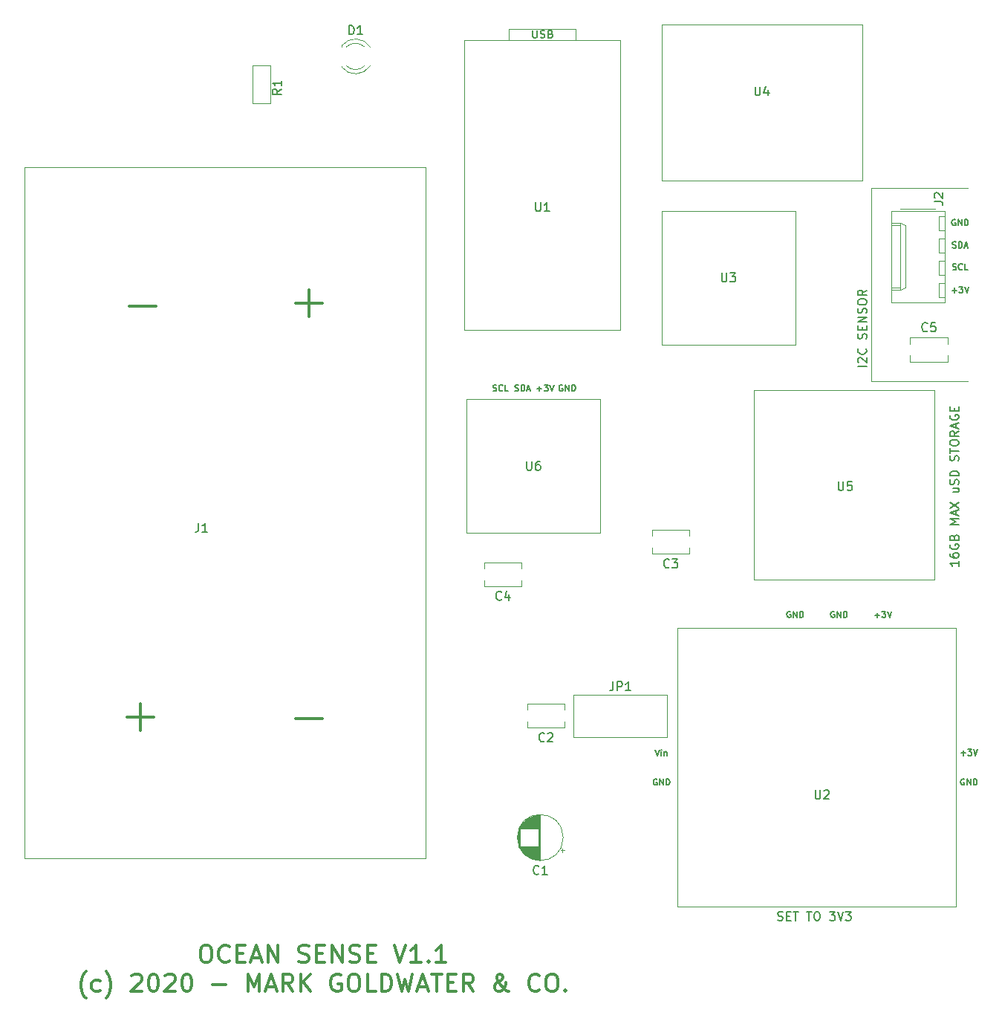
<source format=gbr>
G04 #@! TF.GenerationSoftware,KiCad,Pcbnew,(5.1.5)-3*
G04 #@! TF.CreationDate,2020-11-22T23:45:11-05:00*
G04 #@! TF.ProjectId,OceanSense,4f636561-6e53-4656-9e73-652e6b696361,rev?*
G04 #@! TF.SameCoordinates,Original*
G04 #@! TF.FileFunction,Legend,Top*
G04 #@! TF.FilePolarity,Positive*
%FSLAX46Y46*%
G04 Gerber Fmt 4.6, Leading zero omitted, Abs format (unit mm)*
G04 Created by KiCad (PCBNEW (5.1.5)-3) date 2020-11-22 23:45:11*
%MOMM*%
%LPD*%
G04 APERTURE LIST*
%ADD10C,0.150000*%
%ADD11C,0.300000*%
%ADD12C,0.120000*%
G04 APERTURE END LIST*
D10*
X62452380Y461500000D02*
X62452380Y460928571D01*
X62452380Y461214285D02*
X61452380Y461214285D01*
X61595238Y461119047D01*
X61690476Y461023809D01*
X61738095Y460928571D01*
X61452380Y462357142D02*
X61452380Y462166666D01*
X61500000Y462071428D01*
X61547619Y462023809D01*
X61690476Y461928571D01*
X61880952Y461880952D01*
X62261904Y461880952D01*
X62357142Y461928571D01*
X62404761Y461976190D01*
X62452380Y462071428D01*
X62452380Y462261904D01*
X62404761Y462357142D01*
X62357142Y462404761D01*
X62261904Y462452380D01*
X62023809Y462452380D01*
X61928571Y462404761D01*
X61880952Y462357142D01*
X61833333Y462261904D01*
X61833333Y462071428D01*
X61880952Y461976190D01*
X61928571Y461928571D01*
X62023809Y461880952D01*
X61500000Y463404761D02*
X61452380Y463309523D01*
X61452380Y463166666D01*
X61500000Y463023809D01*
X61595238Y462928571D01*
X61690476Y462880952D01*
X61880952Y462833333D01*
X62023809Y462833333D01*
X62214285Y462880952D01*
X62309523Y462928571D01*
X62404761Y463023809D01*
X62452380Y463166666D01*
X62452380Y463261904D01*
X62404761Y463404761D01*
X62357142Y463452380D01*
X62023809Y463452380D01*
X62023809Y463261904D01*
X61928571Y464214285D02*
X61976190Y464357142D01*
X62023809Y464404761D01*
X62119047Y464452380D01*
X62261904Y464452380D01*
X62357142Y464404761D01*
X62404761Y464357142D01*
X62452380Y464261904D01*
X62452380Y463880952D01*
X61452380Y463880952D01*
X61452380Y464214285D01*
X61500000Y464309523D01*
X61547619Y464357142D01*
X61642857Y464404761D01*
X61738095Y464404761D01*
X61833333Y464357142D01*
X61880952Y464309523D01*
X61928571Y464214285D01*
X61928571Y463880952D01*
X62452380Y465642857D02*
X61452380Y465642857D01*
X62166666Y465976190D01*
X61452380Y466309523D01*
X62452380Y466309523D01*
X62166666Y466738095D02*
X62166666Y467214285D01*
X62452380Y466642857D02*
X61452380Y466976190D01*
X62452380Y467309523D01*
X61452380Y467547619D02*
X62452380Y468214285D01*
X61452380Y468214285D02*
X62452380Y467547619D01*
X61785714Y469785714D02*
X62452380Y469785714D01*
X61785714Y469357142D02*
X62309523Y469357142D01*
X62404761Y469404761D01*
X62452380Y469500000D01*
X62452380Y469642857D01*
X62404761Y469738095D01*
X62357142Y469785714D01*
X62404761Y470214285D02*
X62452380Y470357142D01*
X62452380Y470595238D01*
X62404761Y470690476D01*
X62357142Y470738095D01*
X62261904Y470785714D01*
X62166666Y470785714D01*
X62071428Y470738095D01*
X62023809Y470690476D01*
X61976190Y470595238D01*
X61928571Y470404761D01*
X61880952Y470309523D01*
X61833333Y470261904D01*
X61738095Y470214285D01*
X61642857Y470214285D01*
X61547619Y470261904D01*
X61500000Y470309523D01*
X61452380Y470404761D01*
X61452380Y470642857D01*
X61500000Y470785714D01*
X62452380Y471214285D02*
X61452380Y471214285D01*
X61452380Y471452380D01*
X61500000Y471595238D01*
X61595238Y471690476D01*
X61690476Y471738095D01*
X61880952Y471785714D01*
X62023809Y471785714D01*
X62214285Y471738095D01*
X62309523Y471690476D01*
X62404761Y471595238D01*
X62452380Y471452380D01*
X62452380Y471214285D01*
X62404761Y472928571D02*
X62452380Y473071428D01*
X62452380Y473309523D01*
X62404761Y473404761D01*
X62357142Y473452380D01*
X62261904Y473500000D01*
X62166666Y473500000D01*
X62071428Y473452380D01*
X62023809Y473404761D01*
X61976190Y473309523D01*
X61928571Y473119047D01*
X61880952Y473023809D01*
X61833333Y472976190D01*
X61738095Y472928571D01*
X61642857Y472928571D01*
X61547619Y472976190D01*
X61500000Y473023809D01*
X61452380Y473119047D01*
X61452380Y473357142D01*
X61500000Y473500000D01*
X61452380Y473785714D02*
X61452380Y474357142D01*
X62452380Y474071428D02*
X61452380Y474071428D01*
X61452380Y474880952D02*
X61452380Y475071428D01*
X61500000Y475166666D01*
X61595238Y475261904D01*
X61785714Y475309523D01*
X62119047Y475309523D01*
X62309523Y475261904D01*
X62404761Y475166666D01*
X62452380Y475071428D01*
X62452380Y474880952D01*
X62404761Y474785714D01*
X62309523Y474690476D01*
X62119047Y474642857D01*
X61785714Y474642857D01*
X61595238Y474690476D01*
X61500000Y474785714D01*
X61452380Y474880952D01*
X62452380Y476309523D02*
X61976190Y475976190D01*
X62452380Y475738095D02*
X61452380Y475738095D01*
X61452380Y476119047D01*
X61500000Y476214285D01*
X61547619Y476261904D01*
X61642857Y476309523D01*
X61785714Y476309523D01*
X61880952Y476261904D01*
X61928571Y476214285D01*
X61976190Y476119047D01*
X61976190Y475738095D01*
X62166666Y476690476D02*
X62166666Y477166666D01*
X62452380Y476595238D02*
X61452380Y476928571D01*
X62452380Y477261904D01*
X61500000Y478119047D02*
X61452380Y478023809D01*
X61452380Y477880952D01*
X61500000Y477738095D01*
X61595238Y477642857D01*
X61690476Y477595238D01*
X61880952Y477547619D01*
X62023809Y477547619D01*
X62214285Y477595238D01*
X62309523Y477642857D01*
X62404761Y477738095D01*
X62452380Y477880952D01*
X62452380Y477976190D01*
X62404761Y478119047D01*
X62357142Y478166666D01*
X62023809Y478166666D01*
X62023809Y477976190D01*
X61928571Y478595238D02*
X61928571Y478928571D01*
X62452380Y479071428D02*
X62452380Y478595238D01*
X61452380Y478595238D01*
X61452380Y479071428D01*
X41833333Y420595238D02*
X41976190Y420547619D01*
X42214285Y420547619D01*
X42309523Y420595238D01*
X42357142Y420642857D01*
X42404761Y420738095D01*
X42404761Y420833333D01*
X42357142Y420928571D01*
X42309523Y420976190D01*
X42214285Y421023809D01*
X42023809Y421071428D01*
X41928571Y421119047D01*
X41880952Y421166666D01*
X41833333Y421261904D01*
X41833333Y421357142D01*
X41880952Y421452380D01*
X41928571Y421500000D01*
X42023809Y421547619D01*
X42261904Y421547619D01*
X42404761Y421500000D01*
X42833333Y421071428D02*
X43166666Y421071428D01*
X43309523Y420547619D02*
X42833333Y420547619D01*
X42833333Y421547619D01*
X43309523Y421547619D01*
X43595238Y421547619D02*
X44166666Y421547619D01*
X43880952Y420547619D02*
X43880952Y421547619D01*
X45119047Y421547619D02*
X45690476Y421547619D01*
X45404761Y420547619D02*
X45404761Y421547619D01*
X46214285Y421547619D02*
X46404761Y421547619D01*
X46500000Y421500000D01*
X46595238Y421404761D01*
X46642857Y421214285D01*
X46642857Y420880952D01*
X46595238Y420690476D01*
X46500000Y420595238D01*
X46404761Y420547619D01*
X46214285Y420547619D01*
X46119047Y420595238D01*
X46023809Y420690476D01*
X45976190Y420880952D01*
X45976190Y421214285D01*
X46023809Y421404761D01*
X46119047Y421500000D01*
X46214285Y421547619D01*
X47738095Y421547619D02*
X48357142Y421547619D01*
X48023809Y421166666D01*
X48166666Y421166666D01*
X48261904Y421119047D01*
X48309523Y421071428D01*
X48357142Y420976190D01*
X48357142Y420738095D01*
X48309523Y420642857D01*
X48261904Y420595238D01*
X48166666Y420547619D01*
X47880952Y420547619D01*
X47785714Y420595238D01*
X47738095Y420642857D01*
X48642857Y421547619D02*
X48976190Y420547619D01*
X49309523Y421547619D01*
X49547619Y421547619D02*
X50166666Y421547619D01*
X49833333Y421166666D01*
X49976190Y421166666D01*
X50071428Y421119047D01*
X50119047Y421071428D01*
X50166666Y420976190D01*
X50166666Y420738095D01*
X50119047Y420642857D01*
X50071428Y420595238D01*
X49976190Y420547619D01*
X49690476Y420547619D01*
X49595238Y420595238D01*
X49547619Y420642857D01*
D11*
X-23523809Y417745238D02*
X-23142857Y417745238D01*
X-22952380Y417650000D01*
X-22761904Y417459523D01*
X-22666666Y417078571D01*
X-22666666Y416411904D01*
X-22761904Y416030952D01*
X-22952380Y415840476D01*
X-23142857Y415745238D01*
X-23523809Y415745238D01*
X-23714285Y415840476D01*
X-23904761Y416030952D01*
X-24000000Y416411904D01*
X-24000000Y417078571D01*
X-23904761Y417459523D01*
X-23714285Y417650000D01*
X-23523809Y417745238D01*
X-20666666Y415935714D02*
X-20761904Y415840476D01*
X-21047619Y415745238D01*
X-21238095Y415745238D01*
X-21523809Y415840476D01*
X-21714285Y416030952D01*
X-21809523Y416221428D01*
X-21904761Y416602380D01*
X-21904761Y416888095D01*
X-21809523Y417269047D01*
X-21714285Y417459523D01*
X-21523809Y417650000D01*
X-21238095Y417745238D01*
X-21047619Y417745238D01*
X-20761904Y417650000D01*
X-20666666Y417554761D01*
X-19809523Y416792857D02*
X-19142857Y416792857D01*
X-18857142Y415745238D02*
X-19809523Y415745238D01*
X-19809523Y417745238D01*
X-18857142Y417745238D01*
X-18095238Y416316666D02*
X-17142857Y416316666D01*
X-18285714Y415745238D02*
X-17619047Y417745238D01*
X-16952380Y415745238D01*
X-16285714Y415745238D02*
X-16285714Y417745238D01*
X-15142857Y415745238D01*
X-15142857Y417745238D01*
X-12761904Y415840476D02*
X-12476190Y415745238D01*
X-12000000Y415745238D01*
X-11809523Y415840476D01*
X-11714285Y415935714D01*
X-11619047Y416126190D01*
X-11619047Y416316666D01*
X-11714285Y416507142D01*
X-11809523Y416602380D01*
X-12000000Y416697619D01*
X-12380952Y416792857D01*
X-12571428Y416888095D01*
X-12666666Y416983333D01*
X-12761904Y417173809D01*
X-12761904Y417364285D01*
X-12666666Y417554761D01*
X-12571428Y417650000D01*
X-12380952Y417745238D01*
X-11904761Y417745238D01*
X-11619047Y417650000D01*
X-10761904Y416792857D02*
X-10095238Y416792857D01*
X-9809523Y415745238D02*
X-10761904Y415745238D01*
X-10761904Y417745238D01*
X-9809523Y417745238D01*
X-8952380Y415745238D02*
X-8952380Y417745238D01*
X-7809523Y415745238D01*
X-7809523Y417745238D01*
X-6952380Y415840476D02*
X-6666666Y415745238D01*
X-6190476Y415745238D01*
X-6000000Y415840476D01*
X-5904761Y415935714D01*
X-5809523Y416126190D01*
X-5809523Y416316666D01*
X-5904761Y416507142D01*
X-6000000Y416602380D01*
X-6190476Y416697619D01*
X-6571428Y416792857D01*
X-6761904Y416888095D01*
X-6857142Y416983333D01*
X-6952380Y417173809D01*
X-6952380Y417364285D01*
X-6857142Y417554761D01*
X-6761904Y417650000D01*
X-6571428Y417745238D01*
X-6095238Y417745238D01*
X-5809523Y417650000D01*
X-4952380Y416792857D02*
X-4285714Y416792857D01*
X-4000000Y415745238D02*
X-4952380Y415745238D01*
X-4952380Y417745238D01*
X-4000000Y417745238D01*
X-1904761Y417745238D02*
X-1238095Y415745238D01*
X-571428Y417745238D01*
X1142857Y415745238D02*
X0Y415745238D01*
X571428Y415745238D02*
X571428Y417745238D01*
X380952Y417459523D01*
X190476Y417269047D01*
X0Y417173809D01*
X1999999Y415935714D02*
X2095238Y415840476D01*
X1999999Y415745238D01*
X1904761Y415840476D01*
X1999999Y415935714D01*
X1999999Y415745238D01*
X3999999Y415745238D02*
X2857142Y415745238D01*
X3428571Y415745238D02*
X3428571Y417745238D01*
X3238095Y417459523D01*
X3047619Y417269047D01*
X2857142Y417173809D01*
X-37047619Y411683333D02*
X-37142857Y411778571D01*
X-37333333Y412064285D01*
X-37428571Y412254761D01*
X-37523809Y412540476D01*
X-37619047Y413016666D01*
X-37619047Y413397619D01*
X-37523809Y413873809D01*
X-37428571Y414159523D01*
X-37333333Y414350000D01*
X-37142857Y414635714D01*
X-37047619Y414730952D01*
X-35428571Y412540476D02*
X-35619047Y412445238D01*
X-36000000Y412445238D01*
X-36190476Y412540476D01*
X-36285714Y412635714D01*
X-36380952Y412826190D01*
X-36380952Y413397619D01*
X-36285714Y413588095D01*
X-36190476Y413683333D01*
X-36000000Y413778571D01*
X-35619047Y413778571D01*
X-35428571Y413683333D01*
X-34761904Y411683333D02*
X-34666666Y411778571D01*
X-34476190Y412064285D01*
X-34380952Y412254761D01*
X-34285714Y412540476D01*
X-34190476Y413016666D01*
X-34190476Y413397619D01*
X-34285714Y413873809D01*
X-34380952Y414159523D01*
X-34476190Y414350000D01*
X-34666666Y414635714D01*
X-34761904Y414730952D01*
X-31809523Y414254761D02*
X-31714285Y414350000D01*
X-31523809Y414445238D01*
X-31047619Y414445238D01*
X-30857142Y414350000D01*
X-30761904Y414254761D01*
X-30666666Y414064285D01*
X-30666666Y413873809D01*
X-30761904Y413588095D01*
X-31904761Y412445238D01*
X-30666666Y412445238D01*
X-29428571Y414445238D02*
X-29238095Y414445238D01*
X-29047619Y414350000D01*
X-28952380Y414254761D01*
X-28857142Y414064285D01*
X-28761904Y413683333D01*
X-28761904Y413207142D01*
X-28857142Y412826190D01*
X-28952380Y412635714D01*
X-29047619Y412540476D01*
X-29238095Y412445238D01*
X-29428571Y412445238D01*
X-29619047Y412540476D01*
X-29714285Y412635714D01*
X-29809523Y412826190D01*
X-29904761Y413207142D01*
X-29904761Y413683333D01*
X-29809523Y414064285D01*
X-29714285Y414254761D01*
X-29619047Y414350000D01*
X-29428571Y414445238D01*
X-28000000Y414254761D02*
X-27904761Y414350000D01*
X-27714285Y414445238D01*
X-27238095Y414445238D01*
X-27047619Y414350000D01*
X-26952380Y414254761D01*
X-26857142Y414064285D01*
X-26857142Y413873809D01*
X-26952380Y413588095D01*
X-28095238Y412445238D01*
X-26857142Y412445238D01*
X-25619047Y414445238D02*
X-25428571Y414445238D01*
X-25238095Y414350000D01*
X-25142857Y414254761D01*
X-25047619Y414064285D01*
X-24952380Y413683333D01*
X-24952380Y413207142D01*
X-25047619Y412826190D01*
X-25142857Y412635714D01*
X-25238095Y412540476D01*
X-25428571Y412445238D01*
X-25619047Y412445238D01*
X-25809523Y412540476D01*
X-25904761Y412635714D01*
X-26000000Y412826190D01*
X-26095238Y413207142D01*
X-26095238Y413683333D01*
X-26000000Y414064285D01*
X-25904761Y414254761D01*
X-25809523Y414350000D01*
X-25619047Y414445238D01*
X-22571428Y413207142D02*
X-21047619Y413207142D01*
X-18571428Y412445238D02*
X-18571428Y414445238D01*
X-17904761Y413016666D01*
X-17238095Y414445238D01*
X-17238095Y412445238D01*
X-16380952Y413016666D02*
X-15428571Y413016666D01*
X-16571428Y412445238D02*
X-15904761Y414445238D01*
X-15238095Y412445238D01*
X-13428571Y412445238D02*
X-14095238Y413397619D01*
X-14571428Y412445238D02*
X-14571428Y414445238D01*
X-13809523Y414445238D01*
X-13619047Y414350000D01*
X-13523809Y414254761D01*
X-13428571Y414064285D01*
X-13428571Y413778571D01*
X-13523809Y413588095D01*
X-13619047Y413492857D01*
X-13809523Y413397619D01*
X-14571428Y413397619D01*
X-12571428Y412445238D02*
X-12571428Y414445238D01*
X-11428571Y412445238D02*
X-12285714Y413588095D01*
X-11428571Y414445238D02*
X-12571428Y413302380D01*
X-8000000Y414350000D02*
X-8190476Y414445238D01*
X-8476190Y414445238D01*
X-8761904Y414350000D01*
X-8952380Y414159523D01*
X-9047619Y413969047D01*
X-9142857Y413588095D01*
X-9142857Y413302380D01*
X-9047619Y412921428D01*
X-8952380Y412730952D01*
X-8761904Y412540476D01*
X-8476190Y412445238D01*
X-8285714Y412445238D01*
X-8000000Y412540476D01*
X-7904761Y412635714D01*
X-7904761Y413302380D01*
X-8285714Y413302380D01*
X-6666666Y414445238D02*
X-6285714Y414445238D01*
X-6095238Y414350000D01*
X-5904761Y414159523D01*
X-5809523Y413778571D01*
X-5809523Y413111904D01*
X-5904761Y412730952D01*
X-6095238Y412540476D01*
X-6285714Y412445238D01*
X-6666666Y412445238D01*
X-6857142Y412540476D01*
X-7047619Y412730952D01*
X-7142857Y413111904D01*
X-7142857Y413778571D01*
X-7047619Y414159523D01*
X-6857142Y414350000D01*
X-6666666Y414445238D01*
X-4000000Y412445238D02*
X-4952380Y412445238D01*
X-4952380Y414445238D01*
X-3333333Y412445238D02*
X-3333333Y414445238D01*
X-2857142Y414445238D01*
X-2571428Y414350000D01*
X-2380952Y414159523D01*
X-2285714Y413969047D01*
X-2190476Y413588095D01*
X-2190476Y413302380D01*
X-2285714Y412921428D01*
X-2380952Y412730952D01*
X-2571428Y412540476D01*
X-2857142Y412445238D01*
X-3333333Y412445238D01*
X-1523809Y414445238D02*
X-1047619Y412445238D01*
X-666666Y413873809D01*
X-285714Y412445238D01*
X190476Y414445238D01*
X857142Y413016666D02*
X1809523Y413016666D01*
X666666Y412445238D02*
X1333333Y414445238D01*
X1999999Y412445238D01*
X2380952Y414445238D02*
X3523809Y414445238D01*
X2952380Y412445238D02*
X2952380Y414445238D01*
X4190476Y413492857D02*
X4857142Y413492857D01*
X5142857Y412445238D02*
X4190476Y412445238D01*
X4190476Y414445238D01*
X5142857Y414445238D01*
X7142857Y412445238D02*
X6476190Y413397619D01*
X5999999Y412445238D02*
X5999999Y414445238D01*
X6761904Y414445238D01*
X6952380Y414350000D01*
X7047619Y414254761D01*
X7142857Y414064285D01*
X7142857Y413778571D01*
X7047619Y413588095D01*
X6952380Y413492857D01*
X6761904Y413397619D01*
X5999999Y413397619D01*
X11142857Y412445238D02*
X11047619Y412445238D01*
X10857142Y412540476D01*
X10571428Y412826190D01*
X10095238Y413397619D01*
X9904761Y413683333D01*
X9809523Y413969047D01*
X9809523Y414159523D01*
X9904761Y414350000D01*
X10095238Y414445238D01*
X10190476Y414445238D01*
X10380952Y414350000D01*
X10476190Y414159523D01*
X10476190Y414064285D01*
X10380952Y413873809D01*
X10285714Y413778571D01*
X9714285Y413397619D01*
X9619047Y413302380D01*
X9523809Y413111904D01*
X9523809Y412826190D01*
X9619047Y412635714D01*
X9714285Y412540476D01*
X9904761Y412445238D01*
X10190476Y412445238D01*
X10380952Y412540476D01*
X10476190Y412635714D01*
X10761904Y413016666D01*
X10857142Y413302380D01*
X10857142Y413492857D01*
X14666666Y412635714D02*
X14571428Y412540476D01*
X14285714Y412445238D01*
X14095238Y412445238D01*
X13809523Y412540476D01*
X13619047Y412730952D01*
X13523809Y412921428D01*
X13428571Y413302380D01*
X13428571Y413588095D01*
X13523809Y413969047D01*
X13619047Y414159523D01*
X13809523Y414350000D01*
X14095238Y414445238D01*
X14285714Y414445238D01*
X14571428Y414350000D01*
X14666666Y414254761D01*
X15904761Y414445238D02*
X16285714Y414445238D01*
X16476190Y414350000D01*
X16666666Y414159523D01*
X16761904Y413778571D01*
X16761904Y413111904D01*
X16666666Y412730952D01*
X16476190Y412540476D01*
X16285714Y412445238D01*
X15904761Y412445238D01*
X15714285Y412540476D01*
X15523809Y412730952D01*
X15428571Y413111904D01*
X15428571Y413778571D01*
X15523809Y414159523D01*
X15714285Y414350000D01*
X15904761Y414445238D01*
X17619047Y412635714D02*
X17714285Y412540476D01*
X17619047Y412445238D01*
X17523809Y412540476D01*
X17619047Y412635714D01*
X17619047Y412445238D01*
D10*
X51952380Y483690476D02*
X50952380Y483690476D01*
X51047619Y484119047D02*
X51000000Y484166666D01*
X50952380Y484261904D01*
X50952380Y484500000D01*
X51000000Y484595238D01*
X51047619Y484642857D01*
X51142857Y484690476D01*
X51238095Y484690476D01*
X51380952Y484642857D01*
X51952380Y484071428D01*
X51952380Y484690476D01*
X51857142Y485690476D02*
X51904761Y485642857D01*
X51952380Y485500000D01*
X51952380Y485404761D01*
X51904761Y485261904D01*
X51809523Y485166666D01*
X51714285Y485119047D01*
X51523809Y485071428D01*
X51380952Y485071428D01*
X51190476Y485119047D01*
X51095238Y485166666D01*
X51000000Y485261904D01*
X50952380Y485404761D01*
X50952380Y485500000D01*
X51000000Y485642857D01*
X51047619Y485690476D01*
X51904761Y486833333D02*
X51952380Y486976190D01*
X51952380Y487214285D01*
X51904761Y487309523D01*
X51857142Y487357142D01*
X51761904Y487404761D01*
X51666666Y487404761D01*
X51571428Y487357142D01*
X51523809Y487309523D01*
X51476190Y487214285D01*
X51428571Y487023809D01*
X51380952Y486928571D01*
X51333333Y486880952D01*
X51238095Y486833333D01*
X51142857Y486833333D01*
X51047619Y486880952D01*
X51000000Y486928571D01*
X50952380Y487023809D01*
X50952380Y487261904D01*
X51000000Y487404761D01*
X51428571Y487833333D02*
X51428571Y488166666D01*
X51952380Y488309523D02*
X51952380Y487833333D01*
X50952380Y487833333D01*
X50952380Y488309523D01*
X51952380Y488738095D02*
X50952380Y488738095D01*
X51952380Y489309523D01*
X50952380Y489309523D01*
X51904761Y489738095D02*
X51952380Y489880952D01*
X51952380Y490119047D01*
X51904761Y490214285D01*
X51857142Y490261904D01*
X51761904Y490309523D01*
X51666666Y490309523D01*
X51571428Y490261904D01*
X51523809Y490214285D01*
X51476190Y490119047D01*
X51428571Y489928571D01*
X51380952Y489833333D01*
X51333333Y489785714D01*
X51238095Y489738095D01*
X51142857Y489738095D01*
X51047619Y489785714D01*
X51000000Y489833333D01*
X50952380Y489928571D01*
X50952380Y490166666D01*
X51000000Y490309523D01*
X50952380Y490928571D02*
X50952380Y491119047D01*
X51000000Y491214285D01*
X51095238Y491309523D01*
X51285714Y491357142D01*
X51619047Y491357142D01*
X51809523Y491309523D01*
X51904761Y491214285D01*
X51952380Y491119047D01*
X51952380Y490928571D01*
X51904761Y490833333D01*
X51809523Y490738095D01*
X51619047Y490690476D01*
X51285714Y490690476D01*
X51095238Y490738095D01*
X51000000Y490833333D01*
X50952380Y490928571D01*
X51952380Y492357142D02*
X51476190Y492023809D01*
X51952380Y491785714D02*
X50952380Y491785714D01*
X50952380Y492166666D01*
X51000000Y492261904D01*
X51047619Y492309523D01*
X51142857Y492357142D01*
X51285714Y492357142D01*
X51380952Y492309523D01*
X51428571Y492261904D01*
X51476190Y492166666D01*
X51476190Y491785714D01*
D12*
X52500000Y504000000D02*
X63500000Y504000000D01*
X52500000Y482000000D02*
X52500000Y504000000D01*
X63500000Y482000000D02*
X52500000Y482000000D01*
D10*
X62700000Y439625000D02*
X63233333Y439625000D01*
X62966666Y439358333D02*
X62966666Y439891666D01*
X63500000Y440058333D02*
X63933333Y440058333D01*
X63700000Y439791666D01*
X63800000Y439791666D01*
X63866666Y439758333D01*
X63900000Y439725000D01*
X63933333Y439658333D01*
X63933333Y439491666D01*
X63900000Y439425000D01*
X63866666Y439391666D01*
X63800000Y439358333D01*
X63600000Y439358333D01*
X63533333Y439391666D01*
X63500000Y439425000D01*
X64133333Y440058333D02*
X64366666Y439358333D01*
X64600000Y440058333D01*
X63066666Y436650000D02*
X63000000Y436683333D01*
X62900000Y436683333D01*
X62800000Y436650000D01*
X62733333Y436583333D01*
X62700000Y436516666D01*
X62666666Y436383333D01*
X62666666Y436283333D01*
X62700000Y436150000D01*
X62733333Y436083333D01*
X62800000Y436016666D01*
X62900000Y435983333D01*
X62966666Y435983333D01*
X63066666Y436016666D01*
X63100000Y436050000D01*
X63100000Y436283333D01*
X62966666Y436283333D01*
X63400000Y435983333D02*
X63400000Y436683333D01*
X63800000Y435983333D01*
X63800000Y436683333D01*
X64133333Y435983333D02*
X64133333Y436683333D01*
X64300000Y436683333D01*
X64400000Y436650000D01*
X64466666Y436583333D01*
X64500000Y436516666D01*
X64533333Y436383333D01*
X64533333Y436283333D01*
X64500000Y436150000D01*
X64466666Y436083333D01*
X64400000Y436016666D01*
X64300000Y435983333D01*
X64133333Y435983333D01*
X28041666Y436650000D02*
X27975000Y436683333D01*
X27875000Y436683333D01*
X27775000Y436650000D01*
X27708333Y436583333D01*
X27675000Y436516666D01*
X27641666Y436383333D01*
X27641666Y436283333D01*
X27675000Y436150000D01*
X27708333Y436083333D01*
X27775000Y436016666D01*
X27875000Y435983333D01*
X27941666Y435983333D01*
X28041666Y436016666D01*
X28075000Y436050000D01*
X28075000Y436283333D01*
X27941666Y436283333D01*
X28375000Y435983333D02*
X28375000Y436683333D01*
X28775000Y435983333D01*
X28775000Y436683333D01*
X29108333Y435983333D02*
X29108333Y436683333D01*
X29275000Y436683333D01*
X29375000Y436650000D01*
X29441666Y436583333D01*
X29475000Y436516666D01*
X29508333Y436383333D01*
X29508333Y436283333D01*
X29475000Y436150000D01*
X29441666Y436083333D01*
X29375000Y436016666D01*
X29275000Y435983333D01*
X29108333Y435983333D01*
X27858333Y440033333D02*
X28091666Y439333333D01*
X28325000Y440033333D01*
X28558333Y439333333D02*
X28558333Y439800000D01*
X28558333Y440033333D02*
X28525000Y440000000D01*
X28558333Y439966666D01*
X28591666Y440000000D01*
X28558333Y440033333D01*
X28558333Y439966666D01*
X28891666Y439800000D02*
X28891666Y439333333D01*
X28891666Y439733333D02*
X28925000Y439766666D01*
X28991666Y439800000D01*
X29091666Y439800000D01*
X29158333Y439766666D01*
X29191666Y439700000D01*
X29191666Y439333333D01*
X52900000Y455350000D02*
X53433333Y455350000D01*
X53166666Y455083333D02*
X53166666Y455616666D01*
X53700000Y455783333D02*
X54133333Y455783333D01*
X53900000Y455516666D01*
X54000000Y455516666D01*
X54066666Y455483333D01*
X54100000Y455450000D01*
X54133333Y455383333D01*
X54133333Y455216666D01*
X54100000Y455150000D01*
X54066666Y455116666D01*
X54000000Y455083333D01*
X53800000Y455083333D01*
X53733333Y455116666D01*
X53700000Y455150000D01*
X54333333Y455783333D02*
X54566666Y455083333D01*
X54800000Y455783333D01*
X48266666Y455750000D02*
X48200000Y455783333D01*
X48100000Y455783333D01*
X48000000Y455750000D01*
X47933333Y455683333D01*
X47900000Y455616666D01*
X47866666Y455483333D01*
X47866666Y455383333D01*
X47900000Y455250000D01*
X47933333Y455183333D01*
X48000000Y455116666D01*
X48100000Y455083333D01*
X48166666Y455083333D01*
X48266666Y455116666D01*
X48300000Y455150000D01*
X48300000Y455383333D01*
X48166666Y455383333D01*
X48600000Y455083333D02*
X48600000Y455783333D01*
X49000000Y455083333D01*
X49000000Y455783333D01*
X49333333Y455083333D02*
X49333333Y455783333D01*
X49500000Y455783333D01*
X49600000Y455750000D01*
X49666666Y455683333D01*
X49700000Y455616666D01*
X49733333Y455483333D01*
X49733333Y455383333D01*
X49700000Y455250000D01*
X49666666Y455183333D01*
X49600000Y455116666D01*
X49500000Y455083333D01*
X49333333Y455083333D01*
X43266666Y455750000D02*
X43200000Y455783333D01*
X43100000Y455783333D01*
X43000000Y455750000D01*
X42933333Y455683333D01*
X42900000Y455616666D01*
X42866666Y455483333D01*
X42866666Y455383333D01*
X42900000Y455250000D01*
X42933333Y455183333D01*
X43000000Y455116666D01*
X43100000Y455083333D01*
X43166666Y455083333D01*
X43266666Y455116666D01*
X43300000Y455150000D01*
X43300000Y455383333D01*
X43166666Y455383333D01*
X43600000Y455083333D02*
X43600000Y455783333D01*
X44000000Y455083333D01*
X44000000Y455783333D01*
X44333333Y455083333D02*
X44333333Y455783333D01*
X44500000Y455783333D01*
X44600000Y455750000D01*
X44666666Y455683333D01*
X44700000Y455616666D01*
X44733333Y455483333D01*
X44733333Y455383333D01*
X44700000Y455250000D01*
X44666666Y455183333D01*
X44600000Y455116666D01*
X44500000Y455083333D01*
X44333333Y455083333D01*
X9366666Y480916666D02*
X9466666Y480883333D01*
X9633333Y480883333D01*
X9700000Y480916666D01*
X9733333Y480950000D01*
X9766666Y481016666D01*
X9766666Y481083333D01*
X9733333Y481150000D01*
X9700000Y481183333D01*
X9633333Y481216666D01*
X9500000Y481250000D01*
X9433333Y481283333D01*
X9400000Y481316666D01*
X9366666Y481383333D01*
X9366666Y481450000D01*
X9400000Y481516666D01*
X9433333Y481550000D01*
X9500000Y481583333D01*
X9666666Y481583333D01*
X9766666Y481550000D01*
X10466666Y480950000D02*
X10433333Y480916666D01*
X10333333Y480883333D01*
X10266666Y480883333D01*
X10166666Y480916666D01*
X10100000Y480983333D01*
X10066666Y481050000D01*
X10033333Y481183333D01*
X10033333Y481283333D01*
X10066666Y481416666D01*
X10100000Y481483333D01*
X10166666Y481550000D01*
X10266666Y481583333D01*
X10333333Y481583333D01*
X10433333Y481550000D01*
X10466666Y481516666D01*
X11100000Y480883333D02*
X10766666Y480883333D01*
X10766666Y481583333D01*
X11875000Y480916666D02*
X11975000Y480883333D01*
X12141666Y480883333D01*
X12208333Y480916666D01*
X12241666Y480950000D01*
X12275000Y481016666D01*
X12275000Y481083333D01*
X12241666Y481150000D01*
X12208333Y481183333D01*
X12141666Y481216666D01*
X12008333Y481250000D01*
X11941666Y481283333D01*
X11908333Y481316666D01*
X11875000Y481383333D01*
X11875000Y481450000D01*
X11908333Y481516666D01*
X11941666Y481550000D01*
X12008333Y481583333D01*
X12175000Y481583333D01*
X12275000Y481550000D01*
X12575000Y480883333D02*
X12575000Y481583333D01*
X12741666Y481583333D01*
X12841666Y481550000D01*
X12908333Y481483333D01*
X12941666Y481416666D01*
X12975000Y481283333D01*
X12975000Y481183333D01*
X12941666Y481050000D01*
X12908333Y480983333D01*
X12841666Y480916666D01*
X12741666Y480883333D01*
X12575000Y480883333D01*
X13241666Y481083333D02*
X13575000Y481083333D01*
X13175000Y480883333D02*
X13408333Y481583333D01*
X13641666Y480883333D01*
X14400000Y481150000D02*
X14933333Y481150000D01*
X14666666Y480883333D02*
X14666666Y481416666D01*
X15200000Y481583333D02*
X15633333Y481583333D01*
X15400000Y481316666D01*
X15500000Y481316666D01*
X15566666Y481283333D01*
X15600000Y481250000D01*
X15633333Y481183333D01*
X15633333Y481016666D01*
X15600000Y480950000D01*
X15566666Y480916666D01*
X15500000Y480883333D01*
X15300000Y480883333D01*
X15233333Y480916666D01*
X15200000Y480950000D01*
X15833333Y481583333D02*
X16066666Y480883333D01*
X16300000Y481583333D01*
X17291666Y481550000D02*
X17225000Y481583333D01*
X17125000Y481583333D01*
X17025000Y481550000D01*
X16958333Y481483333D01*
X16925000Y481416666D01*
X16891666Y481283333D01*
X16891666Y481183333D01*
X16925000Y481050000D01*
X16958333Y480983333D01*
X17025000Y480916666D01*
X17125000Y480883333D01*
X17191666Y480883333D01*
X17291666Y480916666D01*
X17325000Y480950000D01*
X17325000Y481183333D01*
X17191666Y481183333D01*
X17625000Y480883333D02*
X17625000Y481583333D01*
X18025000Y480883333D01*
X18025000Y481583333D01*
X18358333Y480883333D02*
X18358333Y481583333D01*
X18525000Y481583333D01*
X18625000Y481550000D01*
X18691666Y481483333D01*
X18725000Y481416666D01*
X18758333Y481283333D01*
X18758333Y481183333D01*
X18725000Y481050000D01*
X18691666Y480983333D01*
X18625000Y480916666D01*
X18525000Y480883333D01*
X18358333Y480883333D01*
D11*
X-32123809Y490514285D02*
X-29076190Y490514285D01*
X-13123809Y443514285D02*
X-10076190Y443514285D01*
X-32323809Y443714285D02*
X-29276190Y443714285D01*
X-30800000Y442190476D02*
X-30800000Y445238095D01*
X-13123809Y490914285D02*
X-10076190Y490914285D01*
X-11600000Y489390476D02*
X-11600000Y492438095D01*
D10*
X61700000Y492350000D02*
X62233333Y492350000D01*
X61966666Y492083333D02*
X61966666Y492616666D01*
X62500000Y492783333D02*
X62933333Y492783333D01*
X62700000Y492516666D01*
X62800000Y492516666D01*
X62866666Y492483333D01*
X62900000Y492450000D01*
X62933333Y492383333D01*
X62933333Y492216666D01*
X62900000Y492150000D01*
X62866666Y492116666D01*
X62800000Y492083333D01*
X62600000Y492083333D01*
X62533333Y492116666D01*
X62500000Y492150000D01*
X63133333Y492783333D02*
X63366666Y492083333D01*
X63600000Y492783333D01*
X61750000Y497216666D02*
X61850000Y497183333D01*
X62016666Y497183333D01*
X62083333Y497216666D01*
X62116666Y497250000D01*
X62150000Y497316666D01*
X62150000Y497383333D01*
X62116666Y497450000D01*
X62083333Y497483333D01*
X62016666Y497516666D01*
X61883333Y497550000D01*
X61816666Y497583333D01*
X61783333Y497616666D01*
X61750000Y497683333D01*
X61750000Y497750000D01*
X61783333Y497816666D01*
X61816666Y497850000D01*
X61883333Y497883333D01*
X62050000Y497883333D01*
X62150000Y497850000D01*
X62450000Y497183333D02*
X62450000Y497883333D01*
X62616666Y497883333D01*
X62716666Y497850000D01*
X62783333Y497783333D01*
X62816666Y497716666D01*
X62850000Y497583333D01*
X62850000Y497483333D01*
X62816666Y497350000D01*
X62783333Y497283333D01*
X62716666Y497216666D01*
X62616666Y497183333D01*
X62450000Y497183333D01*
X63116666Y497383333D02*
X63450000Y497383333D01*
X63050000Y497183333D02*
X63283333Y497883333D01*
X63516666Y497183333D01*
X61766666Y494716666D02*
X61866666Y494683333D01*
X62033333Y494683333D01*
X62100000Y494716666D01*
X62133333Y494750000D01*
X62166666Y494816666D01*
X62166666Y494883333D01*
X62133333Y494950000D01*
X62100000Y494983333D01*
X62033333Y495016666D01*
X61900000Y495050000D01*
X61833333Y495083333D01*
X61800000Y495116666D01*
X61766666Y495183333D01*
X61766666Y495250000D01*
X61800000Y495316666D01*
X61833333Y495350000D01*
X61900000Y495383333D01*
X62066666Y495383333D01*
X62166666Y495350000D01*
X62866666Y494750000D02*
X62833333Y494716666D01*
X62733333Y494683333D01*
X62666666Y494683333D01*
X62566666Y494716666D01*
X62500000Y494783333D01*
X62466666Y494850000D01*
X62433333Y494983333D01*
X62433333Y495083333D01*
X62466666Y495216666D01*
X62500000Y495283333D01*
X62566666Y495350000D01*
X62666666Y495383333D01*
X62733333Y495383333D01*
X62833333Y495350000D01*
X62866666Y495316666D01*
X63500000Y494683333D02*
X63166666Y494683333D01*
X63166666Y495383333D01*
X62066666Y500400000D02*
X62000000Y500433333D01*
X61900000Y500433333D01*
X61800000Y500400000D01*
X61733333Y500333333D01*
X61700000Y500266666D01*
X61666666Y500133333D01*
X61666666Y500033333D01*
X61700000Y499900000D01*
X61733333Y499833333D01*
X61800000Y499766666D01*
X61900000Y499733333D01*
X61966666Y499733333D01*
X62066666Y499766666D01*
X62100000Y499800000D01*
X62100000Y500033333D01*
X61966666Y500033333D01*
X62400000Y499733333D02*
X62400000Y500433333D01*
X62800000Y499733333D01*
X62800000Y500433333D01*
X63133333Y499733333D02*
X63133333Y500433333D01*
X63300000Y500433333D01*
X63400000Y500400000D01*
X63466666Y500333333D01*
X63500000Y500266666D01*
X63533333Y500133333D01*
X63533333Y500033333D01*
X63500000Y499900000D01*
X63466666Y499833333D01*
X63400000Y499766666D01*
X63300000Y499733333D01*
X63133333Y499733333D01*
D12*
X18511000Y446237200D02*
X29179000Y446237200D01*
X29179000Y441462000D02*
X29179000Y446237200D01*
X18511000Y441462000D02*
X18511000Y446237200D01*
X18511000Y441462000D02*
X29179000Y441462000D01*
X39116000Y480949000D02*
X39116000Y459359000D01*
X39370000Y480949000D02*
X39116000Y480949000D01*
X59690000Y480949000D02*
X39370000Y480949000D01*
X39370000Y459359000D02*
X39116000Y459359000D01*
X59690000Y459359000D02*
X39370000Y459359000D01*
X59690000Y480949000D02*
X59690000Y459359000D01*
X-44048000Y427630000D02*
X-44048000Y506370000D01*
X1672000Y427630000D02*
X-44048000Y427630000D01*
X1672000Y506370000D02*
X1672000Y427630000D01*
X-44048000Y506370000D02*
X1672000Y506370000D01*
X18810000Y522145000D02*
X18810000Y520875000D01*
X11190000Y522145000D02*
X18810000Y522145000D01*
X11190000Y520875000D02*
X11190000Y522145000D01*
X6110000Y520875000D02*
X6110000Y487855000D01*
X23890000Y520875000D02*
X6110000Y520875000D01*
X23890000Y487855000D02*
X23890000Y520875000D01*
X6110000Y487855000D02*
X23890000Y487855000D01*
X51430000Y522620000D02*
X28570000Y522620000D01*
X51430000Y507380000D02*
X51430000Y522620000D01*
X28570000Y522620000D02*
X28570000Y521350000D01*
X28570000Y507380000D02*
X28570000Y521350000D01*
X51430000Y504840000D02*
X51430000Y507380000D01*
X31110000Y504840000D02*
X51430000Y504840000D01*
X28570000Y504840000D02*
X31110000Y504840000D01*
X28570000Y507380000D02*
X28570000Y504840000D01*
X28575000Y501396000D02*
X43815000Y501396000D01*
X28575000Y486156000D02*
X28575000Y501396000D01*
X43815000Y486156000D02*
X28575000Y486156000D01*
X43815000Y501396000D02*
X43815000Y486156000D01*
X6350000Y479933000D02*
X21590000Y479933000D01*
X6350000Y464693000D02*
X6350000Y479933000D01*
X21590000Y464693000D02*
X6350000Y464693000D01*
X21590000Y479933000D02*
X21590000Y464693000D01*
X62103000Y422148000D02*
X62103000Y453898000D01*
X30353000Y422148000D02*
X62103000Y422148000D01*
X30353000Y423418000D02*
X30353000Y422148000D01*
X30353000Y453898000D02*
X30353000Y423418000D01*
X60833000Y453898000D02*
X62103000Y453898000D01*
X30353000Y453898000D02*
X60833000Y453898000D01*
X61170000Y484935000D02*
X61170000Y484230000D01*
X61170000Y486970000D02*
X61170000Y486265000D01*
X56930000Y484935000D02*
X56930000Y484230000D01*
X56930000Y486970000D02*
X56930000Y486265000D01*
X56930000Y484230000D02*
X61170000Y484230000D01*
X56930000Y486970000D02*
X61170000Y486970000D01*
X60230000Y491580000D02*
X60830000Y491580000D01*
X60230000Y493180000D02*
X60230000Y491580000D01*
X60830000Y493180000D02*
X60230000Y493180000D01*
X60230000Y494120000D02*
X60830000Y494120000D01*
X60230000Y495720000D02*
X60230000Y494120000D01*
X60830000Y495720000D02*
X60230000Y495720000D01*
X60230000Y496660000D02*
X60830000Y496660000D01*
X60230000Y498260000D02*
X60230000Y496660000D01*
X60830000Y498260000D02*
X60230000Y498260000D01*
X60230000Y499200000D02*
X60830000Y499200000D01*
X60230000Y500800000D02*
X60230000Y499200000D01*
X60830000Y500800000D02*
X60230000Y500800000D01*
X54810000Y492630000D02*
X55810000Y492630000D01*
X54810000Y499750000D02*
X55810000Y499750000D01*
X56340000Y492630000D02*
X55810000Y492380000D01*
X56340000Y499750000D02*
X56340000Y492630000D01*
X55810000Y500000000D02*
X56340000Y499750000D01*
X55810000Y492380000D02*
X54810000Y492380000D01*
X55810000Y500000000D02*
X55810000Y492380000D01*
X54810000Y500000000D02*
X55810000Y500000000D01*
X59800000Y501670000D02*
X55800000Y501670000D01*
X60830000Y491000000D02*
X60830000Y501380000D01*
X54810000Y491000000D02*
X60830000Y491000000D01*
X54810000Y501380000D02*
X54810000Y491000000D01*
X60830000Y501380000D02*
X54810000Y501380000D01*
X-18016000Y517984000D02*
X-15984000Y517984000D01*
X-18016000Y513666000D02*
X-18016000Y517984000D01*
X-15984000Y513666000D02*
X-18016000Y513666000D01*
X-15984000Y517984000D02*
X-15984000Y513666000D01*
X-7865000Y517920000D02*
X-7865000Y517764000D01*
X-7865000Y520236000D02*
X-7865000Y520080000D01*
X-5263870Y517920163D02*
G75*
G02X-7345961Y517920000I-1041130J1079837D01*
G01*
X-5263870Y520079837D02*
G75*
G03X-7345961Y520080000I-1041130J-1079837D01*
G01*
X-4632665Y517921392D02*
G75*
G02X-7865000Y517764484I-1672335J1078608D01*
G01*
X-4632665Y520078608D02*
G75*
G03X-7865000Y520235516I-1672335J-1078608D01*
G01*
X17370000Y430000000D02*
G75*
G03X17370000Y430000000I-2620000J0D01*
G01*
X14750000Y427420000D02*
X14750000Y432580000D01*
X14710000Y427420000D02*
X14710000Y432580000D01*
X14670000Y427421000D02*
X14670000Y432579000D01*
X14630000Y427422000D02*
X14630000Y432578000D01*
X14590000Y427424000D02*
X14590000Y432576000D01*
X14550000Y427427000D02*
X14550000Y432573000D01*
X14510000Y427431000D02*
X14510000Y428960000D01*
X14510000Y431040000D02*
X14510000Y432569000D01*
X14470000Y427435000D02*
X14470000Y428960000D01*
X14470000Y431040000D02*
X14470000Y432565000D01*
X14430000Y427439000D02*
X14430000Y428960000D01*
X14430000Y431040000D02*
X14430000Y432561000D01*
X14390000Y427444000D02*
X14390000Y428960000D01*
X14390000Y431040000D02*
X14390000Y432556000D01*
X14350000Y427450000D02*
X14350000Y428960000D01*
X14350000Y431040000D02*
X14350000Y432550000D01*
X14310000Y427457000D02*
X14310000Y428960000D01*
X14310000Y431040000D02*
X14310000Y432543000D01*
X14270000Y427464000D02*
X14270000Y428960000D01*
X14270000Y431040000D02*
X14270000Y432536000D01*
X14230000Y427472000D02*
X14230000Y428960000D01*
X14230000Y431040000D02*
X14230000Y432528000D01*
X14190000Y427480000D02*
X14190000Y428960000D01*
X14190000Y431040000D02*
X14190000Y432520000D01*
X14150000Y427489000D02*
X14150000Y428960000D01*
X14150000Y431040000D02*
X14150000Y432511000D01*
X14110000Y427499000D02*
X14110000Y428960000D01*
X14110000Y431040000D02*
X14110000Y432501000D01*
X14070000Y427509000D02*
X14070000Y428960000D01*
X14070000Y431040000D02*
X14070000Y432491000D01*
X14029000Y427520000D02*
X14029000Y428960000D01*
X14029000Y431040000D02*
X14029000Y432480000D01*
X13989000Y427532000D02*
X13989000Y428960000D01*
X13989000Y431040000D02*
X13989000Y432468000D01*
X13949000Y427545000D02*
X13949000Y428960000D01*
X13949000Y431040000D02*
X13949000Y432455000D01*
X13909000Y427558000D02*
X13909000Y428960000D01*
X13909000Y431040000D02*
X13909000Y432442000D01*
X13869000Y427572000D02*
X13869000Y428960000D01*
X13869000Y431040000D02*
X13869000Y432428000D01*
X13829000Y427586000D02*
X13829000Y428960000D01*
X13829000Y431040000D02*
X13829000Y432414000D01*
X13789000Y427602000D02*
X13789000Y428960000D01*
X13789000Y431040000D02*
X13789000Y432398000D01*
X13749000Y427618000D02*
X13749000Y428960000D01*
X13749000Y431040000D02*
X13749000Y432382000D01*
X13709000Y427635000D02*
X13709000Y428960000D01*
X13709000Y431040000D02*
X13709000Y432365000D01*
X13669000Y427652000D02*
X13669000Y428960000D01*
X13669000Y431040000D02*
X13669000Y432348000D01*
X13629000Y427671000D02*
X13629000Y428960000D01*
X13629000Y431040000D02*
X13629000Y432329000D01*
X13589000Y427690000D02*
X13589000Y428960000D01*
X13589000Y431040000D02*
X13589000Y432310000D01*
X13549000Y427710000D02*
X13549000Y428960000D01*
X13549000Y431040000D02*
X13549000Y432290000D01*
X13509000Y427732000D02*
X13509000Y428960000D01*
X13509000Y431040000D02*
X13509000Y432268000D01*
X13469000Y427753000D02*
X13469000Y428960000D01*
X13469000Y431040000D02*
X13469000Y432247000D01*
X13429000Y427776000D02*
X13429000Y428960000D01*
X13429000Y431040000D02*
X13429000Y432224000D01*
X13389000Y427800000D02*
X13389000Y428960000D01*
X13389000Y431040000D02*
X13389000Y432200000D01*
X13349000Y427825000D02*
X13349000Y428960000D01*
X13349000Y431040000D02*
X13349000Y432175000D01*
X13309000Y427851000D02*
X13309000Y428960000D01*
X13309000Y431040000D02*
X13309000Y432149000D01*
X13269000Y427878000D02*
X13269000Y428960000D01*
X13269000Y431040000D02*
X13269000Y432122000D01*
X13229000Y427905000D02*
X13229000Y428960000D01*
X13229000Y431040000D02*
X13229000Y432095000D01*
X13189000Y427935000D02*
X13189000Y428960000D01*
X13189000Y431040000D02*
X13189000Y432065000D01*
X13149000Y427965000D02*
X13149000Y428960000D01*
X13149000Y431040000D02*
X13149000Y432035000D01*
X13109000Y427996000D02*
X13109000Y428960000D01*
X13109000Y431040000D02*
X13109000Y432004000D01*
X13069000Y428029000D02*
X13069000Y428960000D01*
X13069000Y431040000D02*
X13069000Y431971000D01*
X13029000Y428063000D02*
X13029000Y428960000D01*
X13029000Y431040000D02*
X13029000Y431937000D01*
X12989000Y428099000D02*
X12989000Y428960000D01*
X12989000Y431040000D02*
X12989000Y431901000D01*
X12949000Y428136000D02*
X12949000Y428960000D01*
X12949000Y431040000D02*
X12949000Y431864000D01*
X12909000Y428174000D02*
X12909000Y428960000D01*
X12909000Y431040000D02*
X12909000Y431826000D01*
X12869000Y428215000D02*
X12869000Y428960000D01*
X12869000Y431040000D02*
X12869000Y431785000D01*
X12829000Y428257000D02*
X12829000Y428960000D01*
X12829000Y431040000D02*
X12829000Y431743000D01*
X12789000Y428301000D02*
X12789000Y428960000D01*
X12789000Y431040000D02*
X12789000Y431699000D01*
X12749000Y428347000D02*
X12749000Y428960000D01*
X12749000Y431040000D02*
X12749000Y431653000D01*
X12709000Y428395000D02*
X12709000Y428960000D01*
X12709000Y431040000D02*
X12709000Y431605000D01*
X12669000Y428446000D02*
X12669000Y428960000D01*
X12669000Y431040000D02*
X12669000Y431554000D01*
X12629000Y428500000D02*
X12629000Y428960000D01*
X12629000Y431040000D02*
X12629000Y431500000D01*
X12589000Y428557000D02*
X12589000Y428960000D01*
X12589000Y431040000D02*
X12589000Y431443000D01*
X12549000Y428617000D02*
X12549000Y428960000D01*
X12549000Y431040000D02*
X12549000Y431383000D01*
X12509000Y428681000D02*
X12509000Y428960000D01*
X12509000Y431040000D02*
X12509000Y431319000D01*
X12469000Y428749000D02*
X12469000Y428960000D01*
X12469000Y431040000D02*
X12469000Y431251000D01*
X12429000Y428822000D02*
X12429000Y431178000D01*
X12389000Y428902000D02*
X12389000Y431098000D01*
X12349000Y428989000D02*
X12349000Y431011000D01*
X12309000Y429085000D02*
X12309000Y430915000D01*
X12269000Y429195000D02*
X12269000Y430805000D01*
X12229000Y429323000D02*
X12229000Y430677000D01*
X12189000Y429482000D02*
X12189000Y430518000D01*
X12149000Y429716000D02*
X12149000Y430284000D01*
X17554775Y428525000D02*
X17054775Y428525000D01*
X17304775Y428275000D02*
X17304775Y428775000D01*
X17507000Y442495000D02*
X13267000Y442495000D01*
X17507000Y445235000D02*
X13267000Y445235000D01*
X17507000Y442495000D02*
X17507000Y443200000D01*
X17507000Y444530000D02*
X17507000Y445235000D01*
X13267000Y442495000D02*
X13267000Y443200000D01*
X13267000Y444530000D02*
X13267000Y445235000D01*
X27491000Y464342000D02*
X27491000Y465047000D01*
X27491000Y462307000D02*
X27491000Y463012000D01*
X31731000Y464342000D02*
X31731000Y465047000D01*
X31731000Y462307000D02*
X31731000Y463012000D01*
X31731000Y465047000D02*
X27491000Y465047000D01*
X31731000Y462307000D02*
X27491000Y462307000D01*
X12620000Y458630000D02*
X8380000Y458630000D01*
X12620000Y461370000D02*
X8380000Y461370000D01*
X12620000Y458630000D02*
X12620000Y459335000D01*
X12620000Y460665000D02*
X12620000Y461370000D01*
X8380000Y458630000D02*
X8380000Y459335000D01*
X8380000Y460665000D02*
X8380000Y461370000D01*
D10*
X23056666Y447747619D02*
X23056666Y447033333D01*
X23009047Y446890476D01*
X22913809Y446795238D01*
X22770952Y446747619D01*
X22675714Y446747619D01*
X23532857Y446747619D02*
X23532857Y447747619D01*
X23913809Y447747619D01*
X24009047Y447700000D01*
X24056666Y447652380D01*
X24104285Y447557142D01*
X24104285Y447414285D01*
X24056666Y447319047D01*
X24009047Y447271428D01*
X23913809Y447223809D01*
X23532857Y447223809D01*
X25056666Y446747619D02*
X24485238Y446747619D01*
X24770952Y446747619D02*
X24770952Y447747619D01*
X24675714Y447604761D01*
X24580476Y447509523D01*
X24485238Y447461904D01*
X48738095Y470547619D02*
X48738095Y469738095D01*
X48785714Y469642857D01*
X48833333Y469595238D01*
X48928571Y469547619D01*
X49119047Y469547619D01*
X49214285Y469595238D01*
X49261904Y469642857D01*
X49309523Y469738095D01*
X49309523Y470547619D01*
X50261904Y470547619D02*
X49785714Y470547619D01*
X49738095Y470071428D01*
X49785714Y470119047D01*
X49880952Y470166666D01*
X50119047Y470166666D01*
X50214285Y470119047D01*
X50261904Y470071428D01*
X50309523Y469976190D01*
X50309523Y469738095D01*
X50261904Y469642857D01*
X50214285Y469595238D01*
X50119047Y469547619D01*
X49880952Y469547619D01*
X49785714Y469595238D01*
X49738095Y469642857D01*
X-24188333Y465814619D02*
X-24188333Y465100333D01*
X-24235952Y464957476D01*
X-24331190Y464862238D01*
X-24474047Y464814619D01*
X-24569285Y464814619D01*
X-23188333Y464814619D02*
X-23759761Y464814619D01*
X-23474047Y464814619D02*
X-23474047Y465814619D01*
X-23569285Y465671761D01*
X-23664523Y465576523D01*
X-23759761Y465528904D01*
X14238095Y502372619D02*
X14238095Y501563095D01*
X14285714Y501467857D01*
X14333333Y501420238D01*
X14428571Y501372619D01*
X14619047Y501372619D01*
X14714285Y501420238D01*
X14761904Y501467857D01*
X14809523Y501563095D01*
X14809523Y502372619D01*
X15809523Y501372619D02*
X15238095Y501372619D01*
X15523809Y501372619D02*
X15523809Y502372619D01*
X15428571Y502229761D01*
X15333333Y502134523D01*
X15238095Y502086904D01*
X13910219Y521982923D02*
X13910219Y521283819D01*
X13951342Y521201571D01*
X13992466Y521160447D01*
X14074714Y521119323D01*
X14239209Y521119323D01*
X14321457Y521160447D01*
X14362580Y521201571D01*
X14403704Y521283819D01*
X14403704Y521982923D01*
X14773819Y521160447D02*
X14897190Y521119323D01*
X15102809Y521119323D01*
X15185057Y521160447D01*
X15226180Y521201571D01*
X15267304Y521283819D01*
X15267304Y521366066D01*
X15226180Y521448314D01*
X15185057Y521489438D01*
X15102809Y521530561D01*
X14938314Y521571685D01*
X14856066Y521612809D01*
X14814942Y521653933D01*
X14773819Y521736180D01*
X14773819Y521818428D01*
X14814942Y521900676D01*
X14856066Y521941800D01*
X14938314Y521982923D01*
X15143933Y521982923D01*
X15267304Y521941800D01*
X15925285Y521571685D02*
X16048657Y521530561D01*
X16089780Y521489438D01*
X16130904Y521407190D01*
X16130904Y521283819D01*
X16089780Y521201571D01*
X16048657Y521160447D01*
X15966409Y521119323D01*
X15637419Y521119323D01*
X15637419Y521982923D01*
X15925285Y521982923D01*
X16007533Y521941800D01*
X16048657Y521900676D01*
X16089780Y521818428D01*
X16089780Y521736180D01*
X16048657Y521653933D01*
X16007533Y521612809D01*
X15925285Y521571685D01*
X15637419Y521571685D01*
X39238095Y515547619D02*
X39238095Y514738095D01*
X39285714Y514642857D01*
X39333333Y514595238D01*
X39428571Y514547619D01*
X39619047Y514547619D01*
X39714285Y514595238D01*
X39761904Y514642857D01*
X39809523Y514738095D01*
X39809523Y515547619D01*
X40714285Y515214285D02*
X40714285Y514547619D01*
X40476190Y515595238D02*
X40238095Y514880952D01*
X40857142Y514880952D01*
X35433095Y494323619D02*
X35433095Y493514095D01*
X35480714Y493418857D01*
X35528333Y493371238D01*
X35623571Y493323619D01*
X35814047Y493323619D01*
X35909285Y493371238D01*
X35956904Y493418857D01*
X36004523Y493514095D01*
X36004523Y494323619D01*
X36385476Y494323619D02*
X37004523Y494323619D01*
X36671190Y493942666D01*
X36814047Y493942666D01*
X36909285Y493895047D01*
X36956904Y493847428D01*
X37004523Y493752190D01*
X37004523Y493514095D01*
X36956904Y493418857D01*
X36909285Y493371238D01*
X36814047Y493323619D01*
X36528333Y493323619D01*
X36433095Y493371238D01*
X36385476Y493418857D01*
X13208095Y472860619D02*
X13208095Y472051095D01*
X13255714Y471955857D01*
X13303333Y471908238D01*
X13398571Y471860619D01*
X13589047Y471860619D01*
X13684285Y471908238D01*
X13731904Y471955857D01*
X13779523Y472051095D01*
X13779523Y472860619D01*
X14684285Y472860619D02*
X14493809Y472860619D01*
X14398571Y472813000D01*
X14350952Y472765380D01*
X14255714Y472622523D01*
X14208095Y472432047D01*
X14208095Y472051095D01*
X14255714Y471955857D01*
X14303333Y471908238D01*
X14398571Y471860619D01*
X14589047Y471860619D01*
X14684285Y471908238D01*
X14731904Y471955857D01*
X14779523Y472051095D01*
X14779523Y472289190D01*
X14731904Y472384428D01*
X14684285Y472432047D01*
X14589047Y472479666D01*
X14398571Y472479666D01*
X14303333Y472432047D01*
X14255714Y472384428D01*
X14208095Y472289190D01*
X46101095Y435395619D02*
X46101095Y434586095D01*
X46148714Y434490857D01*
X46196333Y434443238D01*
X46291571Y434395619D01*
X46482047Y434395619D01*
X46577285Y434443238D01*
X46624904Y434490857D01*
X46672523Y434586095D01*
X46672523Y435395619D01*
X47101095Y435300380D02*
X47148714Y435348000D01*
X47243952Y435395619D01*
X47482047Y435395619D01*
X47577285Y435348000D01*
X47624904Y435300380D01*
X47672523Y435205142D01*
X47672523Y435109904D01*
X47624904Y434967047D01*
X47053476Y434395619D01*
X47672523Y434395619D01*
X58883333Y487742857D02*
X58835714Y487695238D01*
X58692857Y487647619D01*
X58597619Y487647619D01*
X58454761Y487695238D01*
X58359523Y487790476D01*
X58311904Y487885714D01*
X58264285Y488076190D01*
X58264285Y488219047D01*
X58311904Y488409523D01*
X58359523Y488504761D01*
X58454761Y488600000D01*
X58597619Y488647619D01*
X58692857Y488647619D01*
X58835714Y488600000D01*
X58883333Y488552380D01*
X59788095Y488647619D02*
X59311904Y488647619D01*
X59264285Y488171428D01*
X59311904Y488219047D01*
X59407142Y488266666D01*
X59645238Y488266666D01*
X59740476Y488219047D01*
X59788095Y488171428D01*
X59835714Y488076190D01*
X59835714Y487838095D01*
X59788095Y487742857D01*
X59740476Y487695238D01*
X59645238Y487647619D01*
X59407142Y487647619D01*
X59311904Y487695238D01*
X59264285Y487742857D01*
X59652380Y502466666D02*
X60366666Y502466666D01*
X60509523Y502419047D01*
X60604761Y502323809D01*
X60652380Y502180952D01*
X60652380Y502085714D01*
X59747619Y502895238D02*
X59700000Y502942857D01*
X59652380Y503038095D01*
X59652380Y503276190D01*
X59700000Y503371428D01*
X59747619Y503419047D01*
X59842857Y503466666D01*
X59938095Y503466666D01*
X60080952Y503419047D01*
X60652380Y502847619D01*
X60652380Y503466666D01*
X-14769619Y515277333D02*
X-15245809Y514944000D01*
X-14769619Y514705904D02*
X-15769619Y514705904D01*
X-15769619Y515086857D01*
X-15722000Y515182095D01*
X-15674380Y515229714D01*
X-15579142Y515277333D01*
X-15436285Y515277333D01*
X-15341047Y515229714D01*
X-15293428Y515182095D01*
X-15245809Y515086857D01*
X-15245809Y514705904D01*
X-14769619Y516229714D02*
X-14769619Y515658285D01*
X-14769619Y515944000D02*
X-15769619Y515944000D01*
X-15626761Y515848761D01*
X-15531523Y515753523D01*
X-15483904Y515658285D01*
X-7043095Y521507619D02*
X-7043095Y522507619D01*
X-6805000Y522507619D01*
X-6662142Y522460000D01*
X-6566904Y522364761D01*
X-6519285Y522269523D01*
X-6471666Y522079047D01*
X-6471666Y521936190D01*
X-6519285Y521745714D01*
X-6566904Y521650476D01*
X-6662142Y521555238D01*
X-6805000Y521507619D01*
X-7043095Y521507619D01*
X-5519285Y521507619D02*
X-6090714Y521507619D01*
X-5805000Y521507619D02*
X-5805000Y522507619D01*
X-5900238Y522364761D01*
X-5995476Y522269523D01*
X-6090714Y522221904D01*
X14583333Y425892857D02*
X14535714Y425845238D01*
X14392857Y425797619D01*
X14297619Y425797619D01*
X14154761Y425845238D01*
X14059523Y425940476D01*
X14011904Y426035714D01*
X13964285Y426226190D01*
X13964285Y426369047D01*
X14011904Y426559523D01*
X14059523Y426654761D01*
X14154761Y426750000D01*
X14297619Y426797619D01*
X14392857Y426797619D01*
X14535714Y426750000D01*
X14583333Y426702380D01*
X15535714Y425797619D02*
X14964285Y425797619D01*
X15250000Y425797619D02*
X15250000Y426797619D01*
X15154761Y426654761D01*
X15059523Y426559523D01*
X14964285Y426511904D01*
X15220333Y441007857D02*
X15172714Y440960238D01*
X15029857Y440912619D01*
X14934619Y440912619D01*
X14791761Y440960238D01*
X14696523Y441055476D01*
X14648904Y441150714D01*
X14601285Y441341190D01*
X14601285Y441484047D01*
X14648904Y441674523D01*
X14696523Y441769761D01*
X14791761Y441865000D01*
X14934619Y441912619D01*
X15029857Y441912619D01*
X15172714Y441865000D01*
X15220333Y441817380D01*
X15601285Y441817380D02*
X15648904Y441865000D01*
X15744142Y441912619D01*
X15982238Y441912619D01*
X16077476Y441865000D01*
X16125095Y441817380D01*
X16172714Y441722142D01*
X16172714Y441626904D01*
X16125095Y441484047D01*
X15553666Y440912619D01*
X16172714Y440912619D01*
X29444333Y460819857D02*
X29396714Y460772238D01*
X29253857Y460724619D01*
X29158619Y460724619D01*
X29015761Y460772238D01*
X28920523Y460867476D01*
X28872904Y460962714D01*
X28825285Y461153190D01*
X28825285Y461296047D01*
X28872904Y461486523D01*
X28920523Y461581761D01*
X29015761Y461677000D01*
X29158619Y461724619D01*
X29253857Y461724619D01*
X29396714Y461677000D01*
X29444333Y461629380D01*
X29777666Y461724619D02*
X30396714Y461724619D01*
X30063380Y461343666D01*
X30206238Y461343666D01*
X30301476Y461296047D01*
X30349095Y461248428D01*
X30396714Y461153190D01*
X30396714Y460915095D01*
X30349095Y460819857D01*
X30301476Y460772238D01*
X30206238Y460724619D01*
X29920523Y460724619D01*
X29825285Y460772238D01*
X29777666Y460819857D01*
X10333333Y457142857D02*
X10285714Y457095238D01*
X10142857Y457047619D01*
X10047619Y457047619D01*
X9904761Y457095238D01*
X9809523Y457190476D01*
X9761904Y457285714D01*
X9714285Y457476190D01*
X9714285Y457619047D01*
X9761904Y457809523D01*
X9809523Y457904761D01*
X9904761Y458000000D01*
X10047619Y458047619D01*
X10142857Y458047619D01*
X10285714Y458000000D01*
X10333333Y457952380D01*
X11190476Y457714285D02*
X11190476Y457047619D01*
X10952380Y458095238D02*
X10714285Y457380952D01*
X11333333Y457380952D01*
M02*

</source>
